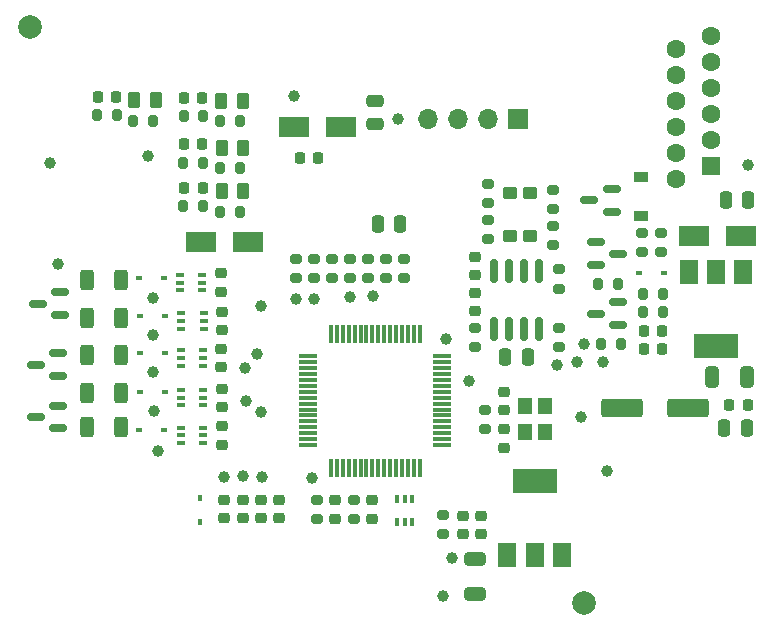
<source format=gbr>
%TF.GenerationSoftware,KiCad,Pcbnew,(6.0.5)*%
%TF.CreationDate,2022-08-22T15:38:44+08:00*%
%TF.ProjectId,SX7H02050048,53583748-3032-4303-9530-3034382e6b69,rev?*%
%TF.SameCoordinates,PX59a5380PY6d321a0*%
%TF.FileFunction,Soldermask,Bot*%
%TF.FilePolarity,Negative*%
%FSLAX46Y46*%
G04 Gerber Fmt 4.6, Leading zero omitted, Abs format (unit mm)*
G04 Created by KiCad (PCBNEW (6.0.5)) date 2022-08-22 15:38:44*
%MOMM*%
%LPD*%
G01*
G04 APERTURE LIST*
G04 Aperture macros list*
%AMRoundRect*
0 Rectangle with rounded corners*
0 $1 Rounding radius*
0 $2 $3 $4 $5 $6 $7 $8 $9 X,Y pos of 4 corners*
0 Add a 4 corners polygon primitive as box body*
4,1,4,$2,$3,$4,$5,$6,$7,$8,$9,$2,$3,0*
0 Add four circle primitives for the rounded corners*
1,1,$1+$1,$2,$3*
1,1,$1+$1,$4,$5*
1,1,$1+$1,$6,$7*
1,1,$1+$1,$8,$9*
0 Add four rect primitives between the rounded corners*
20,1,$1+$1,$2,$3,$4,$5,0*
20,1,$1+$1,$4,$5,$6,$7,0*
20,1,$1+$1,$6,$7,$8,$9,0*
20,1,$1+$1,$8,$9,$2,$3,0*%
G04 Aperture macros list end*
%ADD10RoundRect,0.225000X0.250000X-0.225000X0.250000X0.225000X-0.250000X0.225000X-0.250000X-0.225000X0*%
%ADD11C,1.000000*%
%ADD12R,1.700000X1.700000*%
%ADD13O,1.700000X1.700000*%
%ADD14R,1.600000X1.600000*%
%ADD15C,1.600000*%
%ADD16RoundRect,0.250000X-0.250000X-0.475000X0.250000X-0.475000X0.250000X0.475000X-0.250000X0.475000X0*%
%ADD17RoundRect,0.200000X0.200000X0.275000X-0.200000X0.275000X-0.200000X-0.275000X0.200000X-0.275000X0*%
%ADD18RoundRect,0.200000X0.275000X-0.200000X0.275000X0.200000X-0.275000X0.200000X-0.275000X-0.200000X0*%
%ADD19RoundRect,0.225000X0.225000X0.250000X-0.225000X0.250000X-0.225000X-0.250000X0.225000X-0.250000X0*%
%ADD20RoundRect,0.200000X-0.275000X0.200000X-0.275000X-0.200000X0.275000X-0.200000X0.275000X0.200000X0*%
%ADD21R,0.600000X0.450000*%
%ADD22RoundRect,0.200000X-0.200000X-0.275000X0.200000X-0.275000X0.200000X0.275000X-0.200000X0.275000X0*%
%ADD23RoundRect,0.250000X0.262500X0.450000X-0.262500X0.450000X-0.262500X-0.450000X0.262500X-0.450000X0*%
%ADD24R,2.500000X1.800000*%
%ADD25RoundRect,0.225000X-0.250000X0.225000X-0.250000X-0.225000X0.250000X-0.225000X0.250000X0.225000X0*%
%ADD26RoundRect,0.250000X0.475000X-0.250000X0.475000X0.250000X-0.475000X0.250000X-0.475000X-0.250000X0*%
%ADD27RoundRect,0.250000X-0.312500X-0.625000X0.312500X-0.625000X0.312500X0.625000X-0.312500X0.625000X0*%
%ADD28RoundRect,0.150000X0.587500X0.150000X-0.587500X0.150000X-0.587500X-0.150000X0.587500X-0.150000X0*%
%ADD29R,0.650000X0.400000*%
%ADD30R,1.200000X0.900000*%
%ADD31RoundRect,0.150000X0.150000X-0.825000X0.150000X0.825000X-0.150000X0.825000X-0.150000X-0.825000X0*%
%ADD32RoundRect,0.225000X-0.225000X-0.250000X0.225000X-0.250000X0.225000X0.250000X-0.225000X0.250000X0*%
%ADD33R,1.500000X2.000000*%
%ADD34R,3.800000X2.000000*%
%ADD35RoundRect,0.075000X0.700000X0.075000X-0.700000X0.075000X-0.700000X-0.075000X0.700000X-0.075000X0*%
%ADD36RoundRect,0.075000X0.075000X0.700000X-0.075000X0.700000X-0.075000X-0.700000X0.075000X-0.700000X0*%
%ADD37R,0.450000X0.600000*%
%ADD38RoundRect,0.150000X-0.587500X-0.150000X0.587500X-0.150000X0.587500X0.150000X-0.587500X0.150000X0*%
%ADD39C,2.000000*%
%ADD40RoundRect,0.250000X0.250000X0.475000X-0.250000X0.475000X-0.250000X-0.475000X0.250000X-0.475000X0*%
%ADD41RoundRect,0.250000X-0.650000X0.325000X-0.650000X-0.325000X0.650000X-0.325000X0.650000X0.325000X0*%
%ADD42R,0.400000X0.650000*%
%ADD43RoundRect,0.250000X-0.325000X-0.650000X0.325000X-0.650000X0.325000X0.650000X-0.325000X0.650000X0*%
%ADD44R,1.200000X1.400000*%
%ADD45RoundRect,0.050000X0.525000X0.450000X-0.525000X0.450000X-0.525000X-0.450000X0.525000X-0.450000X0*%
%ADD46RoundRect,0.250000X1.500000X0.550000X-1.500000X0.550000X-1.500000X-0.550000X1.500000X-0.550000X0*%
G04 APERTURE END LIST*
D10*
%TO.C,C139*%
X111861600Y-97929400D03*
X111861600Y-99479400D03*
%TD*%
D11*
%TO.C,TP48*%
X97231200Y-75641200D03*
%TD*%
D12*
%TO.C,J101*%
X136896000Y-71882000D03*
D13*
X134356000Y-71882000D03*
X131816000Y-71882000D03*
X129276000Y-71882000D03*
%TD*%
D14*
%TO.C,J1*%
X153250000Y-75850000D03*
D15*
X153250000Y-73650000D03*
X153250000Y-71450000D03*
X153250000Y-69250000D03*
X153250000Y-67050000D03*
X153250000Y-64850000D03*
X150250000Y-76950000D03*
X150250000Y-74750000D03*
X150250000Y-72550000D03*
X150250000Y-70350000D03*
X150250000Y-68150000D03*
X150250000Y-65950000D03*
%TD*%
D11*
%TO.C,TP85*%
X106019600Y-93319600D03*
%TD*%
%TO.C,TP74*%
X105968800Y-87071200D03*
%TD*%
%TO.C,TP23*%
X140208000Y-92710000D03*
%TD*%
%TO.C,TP12*%
X144399000Y-101727000D03*
%TD*%
D16*
%TO.C,C148*%
X135829000Y-92075000D03*
X137729000Y-92075000D03*
%TD*%
D17*
%TO.C,R124*%
X108558500Y-75592300D03*
X110208500Y-75592300D03*
%TD*%
D18*
%TO.C,L105*%
X127254000Y-85407000D03*
X127254000Y-83757000D03*
%TD*%
%TO.C,R134*%
X118110000Y-85407000D03*
X118110000Y-83757000D03*
%TD*%
D19*
%TO.C,C129*%
X110158500Y-74017500D03*
X108608500Y-74017500D03*
%TD*%
D11*
%TO.C,TP57*%
X119634000Y-87122000D03*
%TD*%
%TO.C,TP72*%
X115112800Y-96672400D03*
%TD*%
D20*
%TO.C,R154*%
X140335000Y-89599000D03*
X140335000Y-91249000D03*
%TD*%
D21*
%TO.C,D7*%
X106917200Y-85344000D03*
X104817200Y-85344000D03*
%TD*%
D11*
%TO.C,TP80*%
X114757200Y-91795600D03*
%TD*%
D20*
%TO.C,R152*%
X140335000Y-84646000D03*
X140335000Y-86296000D03*
%TD*%
D22*
%TO.C,R102*%
X143701000Y-85852000D03*
X145351000Y-85852000D03*
%TD*%
D23*
%TO.C,R132*%
X113622600Y-74322300D03*
X111797600Y-74322300D03*
%TD*%
D21*
%TO.C,D6*%
X104817200Y-98234200D03*
X106917200Y-98234200D03*
%TD*%
D11*
%TO.C,TP71*%
X115112800Y-87731600D03*
%TD*%
%TO.C,TP17*%
X117932200Y-69977000D03*
%TD*%
D23*
%TO.C,R131*%
X106244400Y-70313300D03*
X104419400Y-70313300D03*
%TD*%
D11*
%TO.C,TP4*%
X156337000Y-75819000D03*
%TD*%
%TO.C,TP60*%
X122682000Y-86995000D03*
%TD*%
D24*
%TO.C,D105*%
X117938800Y-72593200D03*
X121938800Y-72593200D03*
%TD*%
D25*
%TO.C,C124*%
X116687600Y-104177800D03*
X116687600Y-105727800D03*
%TD*%
%TO.C,C114*%
X135712200Y-94983000D03*
X135712200Y-96533000D03*
%TD*%
D17*
%TO.C,R127*%
X105968800Y-72091300D03*
X104318800Y-72091300D03*
%TD*%
D26*
%TO.C,C109*%
X124813000Y-72324000D03*
X124813000Y-70424000D03*
%TD*%
D17*
%TO.C,R126*%
X113347000Y-72085200D03*
X111697000Y-72085200D03*
%TD*%
%TO.C,R103*%
X149149400Y-86759000D03*
X147499400Y-86759000D03*
%TD*%
D18*
%TO.C,R115*%
X125730000Y-85407000D03*
X125730000Y-83757000D03*
%TD*%
D20*
%TO.C,R106*%
X147425000Y-81550000D03*
X147425000Y-83200000D03*
%TD*%
D10*
%TO.C,C111*%
X133731000Y-107074000D03*
X133731000Y-105524000D03*
%TD*%
D11*
%TO.C,TP43*%
X115214400Y-102209600D03*
%TD*%
D16*
%TO.C,C132*%
X125034000Y-80772000D03*
X126934000Y-80772000D03*
%TD*%
D27*
%TO.C,R147*%
X103289100Y-91873800D03*
X100364100Y-91873800D03*
%TD*%
D28*
%TO.C,D8*%
X98117900Y-86578400D03*
X98117900Y-88478400D03*
X96242900Y-87528400D03*
%TD*%
D20*
%TO.C,R135*%
X119634000Y-83757000D03*
X119634000Y-85407000D03*
%TD*%
D21*
%TO.C,D3*%
X147150000Y-84925000D03*
X149250000Y-84925000D03*
%TD*%
D20*
%TO.C,R114*%
X124206000Y-83757000D03*
X124206000Y-85407000D03*
%TD*%
D11*
%TO.C,TP5*%
X144068800Y-92456000D03*
%TD*%
D27*
%TO.C,R144*%
X103289100Y-85509100D03*
X100364100Y-85509100D03*
%TD*%
D11*
%TO.C,TP16*%
X126746000Y-71882000D03*
%TD*%
D29*
%TO.C,Q106*%
X110220800Y-94854000D03*
X110220800Y-95504000D03*
X110220800Y-96154000D03*
X108320800Y-96154000D03*
X108320800Y-95504000D03*
X108320800Y-94854000D03*
%TD*%
D19*
%TO.C,C128*%
X102870800Y-70059300D03*
X101320800Y-70059300D03*
%TD*%
D29*
%TO.C,Q103*%
X110220800Y-98041400D03*
X110220800Y-98691400D03*
X110220800Y-99341400D03*
X108320800Y-99341400D03*
X108320800Y-98691400D03*
X108320800Y-98041400D03*
%TD*%
D27*
%TO.C,R146*%
X103289100Y-95097600D03*
X100364100Y-95097600D03*
%TD*%
D30*
%TO.C,D101*%
X147275000Y-80100000D03*
X147275000Y-76800000D03*
%TD*%
D18*
%TO.C,R151*%
X139827000Y-82613000D03*
X139827000Y-80963000D03*
%TD*%
D10*
%TO.C,C110*%
X132207000Y-107074000D03*
X132207000Y-105524000D03*
%TD*%
D11*
%TO.C,TP83*%
X105968800Y-90220800D03*
%TD*%
D31*
%TO.C,U104*%
X138684000Y-89724000D03*
X137414000Y-89724000D03*
X136144000Y-89724000D03*
X134874000Y-89724000D03*
X134874000Y-84774000D03*
X136144000Y-84774000D03*
X137414000Y-84774000D03*
X138684000Y-84774000D03*
%TD*%
D20*
%TO.C,R150*%
X134366000Y-80455000D03*
X134366000Y-82105000D03*
%TD*%
D11*
%TO.C,TP58*%
X124587000Y-86868000D03*
%TD*%
D20*
%TO.C,R105*%
X149025000Y-81550000D03*
X149025000Y-83200000D03*
%TD*%
D21*
%TO.C,D10*%
X107018800Y-88595200D03*
X104918800Y-88595200D03*
%TD*%
D28*
%TO.C,D108*%
X144812500Y-77850000D03*
X144812500Y-79750000D03*
X142937500Y-78800000D03*
%TD*%
D32*
%TO.C,C105*%
X154800000Y-96139000D03*
X156350000Y-96139000D03*
%TD*%
D33*
%TO.C,U101*%
X140603000Y-108814000D03*
D34*
X138303000Y-102514000D03*
D33*
X138303000Y-108814000D03*
X136003000Y-108814000D03*
%TD*%
D11*
%TO.C,U102*%
X130784600Y-90551000D03*
D35*
X130490600Y-92008000D03*
X130490600Y-92508000D03*
X130490600Y-93008000D03*
X130490600Y-93508000D03*
X130490600Y-94008000D03*
X130490600Y-94508000D03*
X130490600Y-95008000D03*
X130490600Y-95508000D03*
X130490600Y-96008000D03*
X130490600Y-96508000D03*
X130490600Y-97008000D03*
X130490600Y-97508000D03*
X130490600Y-98008000D03*
X130490600Y-98508000D03*
X130490600Y-99008000D03*
X130490600Y-99508000D03*
D36*
X128565600Y-101433000D03*
X128065600Y-101433000D03*
X127565600Y-101433000D03*
X127065600Y-101433000D03*
X126565600Y-101433000D03*
X126065600Y-101433000D03*
X125565600Y-101433000D03*
X125065600Y-101433000D03*
X124565600Y-101433000D03*
X124065600Y-101433000D03*
X123565600Y-101433000D03*
X123065600Y-101433000D03*
X122565600Y-101433000D03*
X122065600Y-101433000D03*
X121565600Y-101433000D03*
X121065600Y-101433000D03*
D35*
X119140600Y-99508000D03*
X119140600Y-99008000D03*
X119140600Y-98508000D03*
X119140600Y-98008000D03*
X119140600Y-97508000D03*
X119140600Y-97008000D03*
X119140600Y-96508000D03*
X119140600Y-96008000D03*
X119140600Y-95508000D03*
X119140600Y-95008000D03*
X119140600Y-94508000D03*
X119140600Y-94008000D03*
X119140600Y-93508000D03*
X119140600Y-93008000D03*
X119140600Y-92508000D03*
X119140600Y-92008000D03*
D36*
X121065600Y-90083000D03*
X121565600Y-90083000D03*
X122065600Y-90083000D03*
X122565600Y-90083000D03*
X123065600Y-90083000D03*
X123565600Y-90083000D03*
X124065600Y-90083000D03*
X124565600Y-90083000D03*
X125065600Y-90083000D03*
X125565600Y-90083000D03*
X126065600Y-90083000D03*
X126565600Y-90083000D03*
X127065600Y-90083000D03*
X127565600Y-90083000D03*
X128065600Y-90083000D03*
X128565600Y-90083000D03*
%TD*%
D28*
%TO.C,D103*%
X145336500Y-87442000D03*
X145336500Y-89342000D03*
X143461500Y-88392000D03*
%TD*%
D29*
%TO.C,Q107*%
X110220800Y-91488200D03*
X110220800Y-92138200D03*
X110220800Y-92788200D03*
X108320800Y-92788200D03*
X108320800Y-92138200D03*
X108320800Y-91488200D03*
%TD*%
D22*
%TO.C,R101*%
X143955000Y-90932000D03*
X145605000Y-90932000D03*
%TD*%
D37*
%TO.C,D4*%
X109982000Y-103953600D03*
X109982000Y-106053600D03*
%TD*%
D27*
%TO.C,R145*%
X100364100Y-88747600D03*
X103289100Y-88747600D03*
%TD*%
D29*
%TO.C,Q104*%
X110170000Y-85100400D03*
X110170000Y-85750400D03*
X110170000Y-86400400D03*
X108270000Y-86400400D03*
X108270000Y-85750400D03*
X108270000Y-85100400D03*
%TD*%
D10*
%TO.C,C141*%
X111810800Y-88226600D03*
X111810800Y-89776600D03*
%TD*%
D38*
%TO.C,Q101*%
X143461500Y-84262000D03*
X143461500Y-82362000D03*
X145336500Y-83312000D03*
%TD*%
D11*
%TO.C,TP94*%
X131318000Y-109093000D03*
%TD*%
D39*
%TO.C,MARK4*%
X95600000Y-64100000D03*
%TD*%
D40*
%TO.C,C101*%
X156398000Y-78740000D03*
X154498000Y-78740000D03*
%TD*%
D19*
%TO.C,C127*%
X110158500Y-70104000D03*
X108608500Y-70104000D03*
%TD*%
D10*
%TO.C,C146*%
X133223000Y-85103000D03*
X133223000Y-83553000D03*
%TD*%
D22*
%TO.C,R104*%
X147499400Y-88283000D03*
X149149400Y-88283000D03*
%TD*%
D20*
%TO.C,R136*%
X122682000Y-83757000D03*
X122682000Y-85407000D03*
%TD*%
%TO.C,R111*%
X134137400Y-96507800D03*
X134137400Y-98157800D03*
%TD*%
D25*
%TO.C,C106*%
X121437400Y-104203200D03*
X121437400Y-105753200D03*
%TD*%
D11*
%TO.C,TP2*%
X132715000Y-94107000D03*
%TD*%
D20*
%TO.C,R113*%
X121158000Y-83757000D03*
X121158000Y-85407000D03*
%TD*%
D23*
%TO.C,R133*%
X113622600Y-77979900D03*
X111797600Y-77979900D03*
%TD*%
D28*
%TO.C,D9*%
X96090500Y-92710000D03*
X97965500Y-93660000D03*
X97965500Y-91760000D03*
%TD*%
D25*
%TO.C,C125*%
X113588800Y-104177800D03*
X113588800Y-105727800D03*
%TD*%
D20*
%TO.C,R149*%
X139827000Y-77915000D03*
X139827000Y-79565000D03*
%TD*%
D25*
%TO.C,C126*%
X112014000Y-104177800D03*
X112014000Y-105727800D03*
%TD*%
D20*
%TO.C,R153*%
X133223000Y-89599000D03*
X133223000Y-91249000D03*
%TD*%
D11*
%TO.C,TP51*%
X118110000Y-87122000D03*
%TD*%
D20*
%TO.C,R107*%
X119888000Y-104153200D03*
X119888000Y-105803200D03*
%TD*%
D17*
%TO.C,R122*%
X110248200Y-71678800D03*
X108598200Y-71678800D03*
%TD*%
D10*
%TO.C,C147*%
X133223000Y-88151000D03*
X133223000Y-86601000D03*
%TD*%
D24*
%TO.C,D102*%
X151797000Y-81788000D03*
X155797000Y-81788000D03*
%TD*%
D41*
%TO.C,C108*%
X133223000Y-109142000D03*
X133223000Y-112092000D03*
%TD*%
D19*
%TO.C,L101*%
X149087000Y-91387000D03*
X147537000Y-91387000D03*
%TD*%
D11*
%TO.C,TP9*%
X142225000Y-97175000D03*
%TD*%
D10*
%TO.C,C140*%
X111760000Y-86525400D03*
X111760000Y-84975400D03*
%TD*%
D19*
%TO.C,C130*%
X110185000Y-77761800D03*
X108635000Y-77761800D03*
%TD*%
D20*
%TO.C,R108*%
X122986800Y-104153200D03*
X122986800Y-105803200D03*
%TD*%
D16*
%TO.C,C107*%
X154371000Y-98044000D03*
X156271000Y-98044000D03*
%TD*%
D11*
%TO.C,TP13*%
X119430800Y-102260400D03*
%TD*%
D42*
%TO.C,D2*%
X126654800Y-104115400D03*
X127304800Y-104115400D03*
X127954800Y-104115400D03*
X127954800Y-106015400D03*
X127304800Y-106015400D03*
X126654800Y-106015400D03*
%TD*%
D23*
%TO.C,R130*%
X113610200Y-70347500D03*
X111785200Y-70347500D03*
%TD*%
D11*
%TO.C,TP45*%
X113571866Y-102158800D03*
%TD*%
D32*
%TO.C,C102*%
X147549400Y-89863000D03*
X149099400Y-89863000D03*
%TD*%
D43*
%TO.C,C103*%
X153338000Y-93726000D03*
X156288000Y-93726000D03*
%TD*%
D20*
%TO.C,R117*%
X130556000Y-105421300D03*
X130556000Y-107071300D03*
%TD*%
D11*
%TO.C,TP46*%
X112014000Y-102209600D03*
%TD*%
%TO.C,TP47*%
X105562400Y-75031600D03*
%TD*%
D28*
%TO.C,D5*%
X96090500Y-97129600D03*
X97965500Y-98079600D03*
X97965500Y-96179600D03*
%TD*%
D11*
%TO.C,TP81*%
X113893600Y-95758000D03*
%TD*%
D44*
%TO.C,Y101*%
X139153000Y-96182000D03*
X139153000Y-98382000D03*
X137453000Y-98382000D03*
X137453000Y-96182000D03*
%TD*%
D10*
%TO.C,C142*%
X111810800Y-96279000D03*
X111810800Y-94729000D03*
%TD*%
D11*
%TO.C,TP73*%
X106375200Y-99974400D03*
%TD*%
%TO.C,TP70*%
X97942400Y-84175600D03*
%TD*%
D20*
%TO.C,R148*%
X134366000Y-77407000D03*
X134366000Y-79057000D03*
%TD*%
D11*
%TO.C,TP24*%
X141859000Y-92456000D03*
%TD*%
D45*
%TO.C,L104*%
X137927100Y-78143400D03*
X137927100Y-81823400D03*
X136197100Y-81823400D03*
X136197100Y-78143400D03*
%TD*%
D11*
%TO.C,TP84*%
X106070400Y-96621600D03*
%TD*%
D32*
%TO.C,C112*%
X118401800Y-75184000D03*
X119951800Y-75184000D03*
%TD*%
D46*
%TO.C,C104*%
X151263000Y-96393000D03*
X145663000Y-96393000D03*
%TD*%
D10*
%TO.C,L102*%
X124561600Y-105753200D03*
X124561600Y-104203200D03*
%TD*%
D17*
%TO.C,R125*%
X110220900Y-79300700D03*
X108570900Y-79300700D03*
%TD*%
D21*
%TO.C,D11*%
X104868000Y-94996000D03*
X106968000Y-94996000D03*
%TD*%
D11*
%TO.C,TP82*%
X113741200Y-93014800D03*
%TD*%
D10*
%TO.C,C115*%
X135712200Y-99733400D03*
X135712200Y-98183400D03*
%TD*%
D17*
%TO.C,R128*%
X113347000Y-76047600D03*
X111697000Y-76047600D03*
%TD*%
D11*
%TO.C,TP8*%
X142494000Y-90932000D03*
%TD*%
D17*
%TO.C,R129*%
X113347000Y-79756000D03*
X111697000Y-79756000D03*
%TD*%
D21*
%TO.C,D12*%
X106968000Y-91681000D03*
X104868000Y-91681000D03*
%TD*%
D27*
%TO.C,R143*%
X100391500Y-97993200D03*
X103316500Y-97993200D03*
%TD*%
D33*
%TO.C,Q102*%
X151370000Y-84861000D03*
X153670000Y-84861000D03*
D34*
X153670000Y-91161000D03*
D33*
X155970000Y-84861000D03*
%TD*%
D11*
%TO.C,TP15*%
X130556000Y-112268000D03*
%TD*%
D25*
%TO.C,C123*%
X115163600Y-104177800D03*
X115163600Y-105727800D03*
%TD*%
D10*
%TO.C,C143*%
X111783400Y-92902800D03*
X111783400Y-91352800D03*
%TD*%
D17*
%TO.C,R123*%
X102920800Y-71583300D03*
X101270800Y-71583300D03*
%TD*%
D24*
%TO.C,D104*%
X114014000Y-82346800D03*
X110014000Y-82346800D03*
%TD*%
D39*
%TO.C,MARK3*%
X142494000Y-112900000D03*
%TD*%
D29*
%TO.C,Q105*%
X110271600Y-88351600D03*
X110271600Y-89001600D03*
X110271600Y-89651600D03*
X108371600Y-89651600D03*
X108371600Y-89001600D03*
X108371600Y-88351600D03*
%TD*%
M02*

</source>
